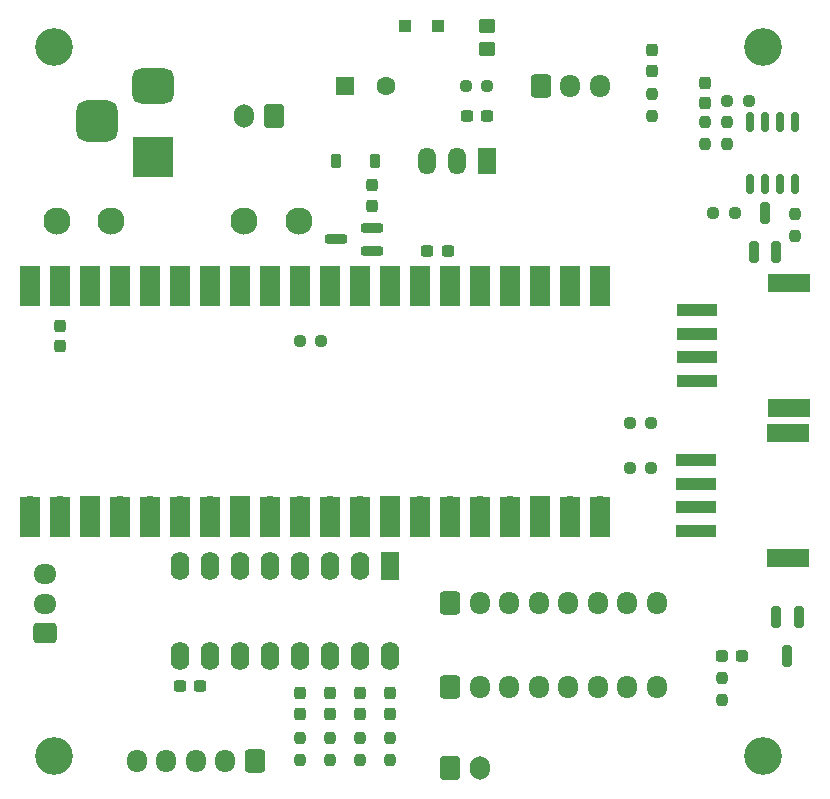
<source format=gbr>
%TF.GenerationSoftware,KiCad,Pcbnew,8.0.1*%
%TF.CreationDate,2024-09-11T09:05:04+09:00*%
%TF.ProjectId,raspcat,72617370-6361-4742-9e6b-696361645f70,rev?*%
%TF.SameCoordinates,Original*%
%TF.FileFunction,Soldermask,Top*%
%TF.FilePolarity,Negative*%
%FSLAX46Y46*%
G04 Gerber Fmt 4.6, Leading zero omitted, Abs format (unit mm)*
G04 Created by KiCad (PCBNEW 8.0.1) date 2024-09-11 09:05:04*
%MOMM*%
%LPD*%
G01*
G04 APERTURE LIST*
G04 Aperture macros list*
%AMRoundRect*
0 Rectangle with rounded corners*
0 $1 Rounding radius*
0 $2 $3 $4 $5 $6 $7 $8 $9 X,Y pos of 4 corners*
0 Add a 4 corners polygon primitive as box body*
4,1,4,$2,$3,$4,$5,$6,$7,$8,$9,$2,$3,0*
0 Add four circle primitives for the rounded corners*
1,1,$1+$1,$2,$3*
1,1,$1+$1,$4,$5*
1,1,$1+$1,$6,$7*
1,1,$1+$1,$8,$9*
0 Add four rect primitives between the rounded corners*
20,1,$1+$1,$2,$3,$4,$5,0*
20,1,$1+$1,$4,$5,$6,$7,0*
20,1,$1+$1,$6,$7,$8,$9,0*
20,1,$1+$1,$8,$9,$2,$3,0*%
G04 Aperture macros list end*
%ADD10R,3.500000X3.500000*%
%ADD11RoundRect,0.750000X-1.000000X0.750000X-1.000000X-0.750000X1.000000X-0.750000X1.000000X0.750000X0*%
%ADD12RoundRect,0.875000X-0.875000X0.875000X-0.875000X-0.875000X0.875000X-0.875000X0.875000X0.875000X0*%
%ADD13RoundRect,0.200000X-0.200000X0.700000X-0.200000X-0.700000X0.200000X-0.700000X0.200000X0.700000X0*%
%ADD14RoundRect,0.237500X0.250000X0.237500X-0.250000X0.237500X-0.250000X-0.237500X0.250000X-0.237500X0*%
%ADD15RoundRect,0.237500X-0.237500X0.300000X-0.237500X-0.300000X0.237500X-0.300000X0.237500X0.300000X0*%
%ADD16RoundRect,0.250000X0.600000X0.750000X-0.600000X0.750000X-0.600000X-0.750000X0.600000X-0.750000X0*%
%ADD17O,1.700000X2.000000*%
%ADD18RoundRect,0.237500X-0.237500X0.250000X-0.237500X-0.250000X0.237500X-0.250000X0.237500X0.250000X0*%
%ADD19RoundRect,0.237500X0.237500X-0.250000X0.237500X0.250000X-0.237500X0.250000X-0.237500X-0.250000X0*%
%ADD20RoundRect,0.237500X-0.250000X-0.237500X0.250000X-0.237500X0.250000X0.237500X-0.250000X0.237500X0*%
%ADD21RoundRect,0.237500X-0.237500X0.287500X-0.237500X-0.287500X0.237500X-0.287500X0.237500X0.287500X0*%
%ADD22R,3.400000X1.000000*%
%ADD23R,3.600000X1.500000*%
%ADD24RoundRect,0.250000X0.600000X0.725000X-0.600000X0.725000X-0.600000X-0.725000X0.600000X-0.725000X0*%
%ADD25O,1.700000X1.950000*%
%ADD26RoundRect,0.237500X0.287500X0.237500X-0.287500X0.237500X-0.287500X-0.237500X0.287500X-0.237500X0*%
%ADD27RoundRect,0.250000X0.725000X-0.600000X0.725000X0.600000X-0.725000X0.600000X-0.725000X-0.600000X0*%
%ADD28O,1.950000X1.700000*%
%ADD29RoundRect,0.237500X0.300000X0.237500X-0.300000X0.237500X-0.300000X-0.237500X0.300000X-0.237500X0*%
%ADD30RoundRect,0.237500X0.237500X-0.300000X0.237500X0.300000X-0.237500X0.300000X-0.237500X-0.300000X0*%
%ADD31R,1.500000X2.300000*%
%ADD32O,1.500000X2.300000*%
%ADD33RoundRect,0.200000X0.750000X0.200000X-0.750000X0.200000X-0.750000X-0.200000X0.750000X-0.200000X0*%
%ADD34C,3.200000*%
%ADD35RoundRect,0.250000X0.300000X0.300000X-0.300000X0.300000X-0.300000X-0.300000X0.300000X-0.300000X0*%
%ADD36RoundRect,0.250000X-0.600000X-0.725000X0.600000X-0.725000X0.600000X0.725000X-0.600000X0.725000X0*%
%ADD37RoundRect,0.237500X-0.300000X-0.237500X0.300000X-0.237500X0.300000X0.237500X-0.300000X0.237500X0*%
%ADD38RoundRect,0.225000X0.225000X0.375000X-0.225000X0.375000X-0.225000X-0.375000X0.225000X-0.375000X0*%
%ADD39RoundRect,0.200000X0.200000X-0.700000X0.200000X0.700000X-0.200000X0.700000X-0.200000X-0.700000X0*%
%ADD40R,1.600000X1.600000*%
%ADD41C,1.600000*%
%ADD42RoundRect,0.250000X-0.450000X0.350000X-0.450000X-0.350000X0.450000X-0.350000X0.450000X0.350000X0*%
%ADD43C,2.300000*%
%ADD44R,1.600000X2.400000*%
%ADD45O,1.600000X2.400000*%
%ADD46O,1.700000X1.700000*%
%ADD47R,1.700000X3.500000*%
%ADD48R,1.700000X1.700000*%
%ADD49RoundRect,0.250000X-0.600000X-0.750000X0.600000X-0.750000X0.600000X0.750000X-0.600000X0.750000X0*%
%ADD50RoundRect,0.150000X0.150000X-0.675000X0.150000X0.675000X-0.150000X0.675000X-0.150000X-0.675000X0*%
G04 APERTURE END LIST*
D10*
%TO.C,J1*%
X13365000Y55740000D03*
D11*
X13365000Y61740000D03*
D12*
X8665000Y58740000D03*
%TD*%
D13*
%TO.C,Q2*%
X68035000Y16780000D03*
X66135000Y16780000D03*
X67085000Y13480000D03*
%TD*%
D14*
%TO.C,R8*%
X63830000Y60470000D03*
X62005000Y60470000D03*
%TD*%
D15*
%TO.C,C6*%
X60100000Y61967500D03*
X60100000Y60242500D03*
%TD*%
D16*
%TO.C,J2*%
X23611000Y59200000D03*
D17*
X21111000Y59200000D03*
%TD*%
D18*
%TO.C,R10*%
X60100000Y58650000D03*
X60100000Y56825000D03*
%TD*%
D19*
%TO.C,R12*%
X30890000Y4670000D03*
X30890000Y6495000D03*
%TD*%
%TO.C,R15*%
X55655000Y59200000D03*
X55655000Y61025000D03*
%TD*%
D20*
%TO.C,R6*%
X60815000Y50945000D03*
X62640000Y50945000D03*
%TD*%
D21*
%TO.C,D3*%
X30890000Y10305000D03*
X30890000Y8555000D03*
%TD*%
D20*
%TO.C,R2*%
X53750000Y29355000D03*
X55575000Y29355000D03*
%TD*%
%TO.C,R5*%
X25810000Y40150000D03*
X27635000Y40150000D03*
%TD*%
D22*
%TO.C,CN1*%
X59375000Y24035000D03*
X59375000Y26035000D03*
X59375000Y28035000D03*
X59375000Y30035000D03*
D23*
X67175000Y32335000D03*
X67175000Y21735000D03*
%TD*%
D24*
%TO.C,J9*%
X22000000Y4590000D03*
D25*
X19500000Y4590000D03*
X17000000Y4590000D03*
X14500000Y4590000D03*
X12000000Y4590000D03*
%TD*%
D26*
%TO.C,D1*%
X63275000Y13480000D03*
X61525000Y13480000D03*
%TD*%
D27*
%TO.C,J5*%
X4220000Y15385000D03*
D28*
X4220000Y17885000D03*
X4220000Y20385000D03*
%TD*%
D29*
%TO.C,C2*%
X41685000Y59200000D03*
X39960000Y59200000D03*
%TD*%
D20*
%TO.C,R1*%
X53750000Y33165000D03*
X55575000Y33165000D03*
%TD*%
D30*
%TO.C,C4*%
X31906000Y51580000D03*
X31906000Y53305000D03*
%TD*%
D19*
%TO.C,R11*%
X33430000Y4670000D03*
X33430000Y6495000D03*
%TD*%
D29*
%TO.C,C7*%
X17375000Y10940000D03*
X15650000Y10940000D03*
%TD*%
D21*
%TO.C,D2*%
X33430000Y10305000D03*
X33430000Y8555000D03*
%TD*%
D19*
%TO.C,R9*%
X62005000Y56825000D03*
X62005000Y58650000D03*
%TD*%
D30*
%TO.C,C5*%
X5490000Y39695000D03*
X5490000Y41420000D03*
%TD*%
D31*
%TO.C,U1*%
X41685000Y55390000D03*
D32*
X39145000Y55390000D03*
X36605000Y55390000D03*
%TD*%
D33*
%TO.C,U3*%
X31907000Y47770000D03*
X31907000Y49670000D03*
X28907000Y48720000D03*
%TD*%
D34*
%TO.C,H3*%
X65000000Y5000000D03*
%TD*%
D35*
%TO.C,D7*%
X37500000Y66820000D03*
X34700000Y66820000D03*
%TD*%
D20*
%TO.C,R3*%
X39860000Y61740000D03*
X41685000Y61740000D03*
%TD*%
D34*
%TO.C,H4*%
X65000000Y65000000D03*
%TD*%
%TO.C,H1*%
X5000000Y5000000D03*
%TD*%
%TO.C,H2*%
X5000000Y65000000D03*
%TD*%
D36*
%TO.C,J4*%
X38550000Y17925000D03*
D25*
X41050000Y17925000D03*
X43550000Y17925000D03*
X46050000Y17925000D03*
X48550000Y17925000D03*
X51050000Y17925000D03*
X53550000Y17925000D03*
X56050000Y17925000D03*
%TD*%
D37*
%TO.C,C3*%
X36605000Y47770000D03*
X38330000Y47770000D03*
%TD*%
D36*
%TO.C,J3*%
X38550000Y10830000D03*
D25*
X41050000Y10830000D03*
X43550000Y10830000D03*
X46050000Y10830000D03*
X48550000Y10830000D03*
X51050000Y10830000D03*
X53550000Y10830000D03*
X56050000Y10830000D03*
%TD*%
D38*
%TO.C,D8*%
X32206000Y55390000D03*
X28906000Y55390000D03*
%TD*%
D39*
%TO.C,Q1*%
X64230000Y47645000D03*
X66130000Y47645000D03*
X65180000Y50945000D03*
%TD*%
D40*
%TO.C,C1*%
X29620000Y61740000D03*
D41*
X33120000Y61740000D03*
%TD*%
D42*
%TO.C,R17*%
X41685000Y66820000D03*
X41685000Y64820000D03*
%TD*%
D43*
%TO.C,F1*%
X5211000Y50310000D03*
X9811000Y50310000D03*
X21111000Y50310000D03*
X25711000Y50310000D03*
%TD*%
D44*
%TO.C,U5*%
X33430000Y21100000D03*
D45*
X30890000Y21100000D03*
X28350000Y21100000D03*
X25810000Y21100000D03*
X23270000Y21100000D03*
X20730000Y21100000D03*
X18190000Y21100000D03*
X15650000Y21100000D03*
X15650000Y13480000D03*
X18190000Y13480000D03*
X20730000Y13480000D03*
X23270000Y13480000D03*
X25810000Y13480000D03*
X28350000Y13480000D03*
X30890000Y13480000D03*
X33430000Y13480000D03*
%TD*%
D21*
%TO.C,D6*%
X25810000Y10305000D03*
X25810000Y8555000D03*
%TD*%
D18*
%TO.C,R4*%
X67720000Y50865000D03*
X67720000Y49040000D03*
%TD*%
D21*
%TO.C,D5*%
X55655000Y64760000D03*
X55655000Y63010000D03*
%TD*%
D19*
%TO.C,R7*%
X61525000Y9750000D03*
X61525000Y11575000D03*
%TD*%
D46*
%TO.C,U2*%
X2950000Y26110000D03*
D47*
X2950000Y25210000D03*
D46*
X5490000Y26110000D03*
D47*
X5490000Y25210000D03*
D48*
X8030000Y26110000D03*
D47*
X8030000Y25210000D03*
D46*
X10570000Y26110000D03*
D47*
X10570000Y25210000D03*
D46*
X13110000Y26110000D03*
D47*
X13110000Y25210000D03*
D46*
X15650000Y26110000D03*
D47*
X15650000Y25210000D03*
D46*
X18190000Y26110000D03*
D47*
X18190000Y25210000D03*
D48*
X20730000Y26110000D03*
D47*
X20730000Y25210000D03*
D46*
X23270000Y26110000D03*
D47*
X23270000Y25210000D03*
D46*
X25810000Y26110000D03*
D47*
X25810000Y25210000D03*
D46*
X28350000Y26110000D03*
D47*
X28350000Y25210000D03*
D46*
X30890000Y26110000D03*
D47*
X30890000Y25210000D03*
D48*
X33430000Y26110000D03*
D47*
X33430000Y25210000D03*
D46*
X35970000Y26110000D03*
D47*
X35970000Y25210000D03*
D46*
X38510000Y26110000D03*
D47*
X38510000Y25210000D03*
D46*
X41050000Y26110000D03*
D47*
X41050000Y25210000D03*
D46*
X43590000Y26110000D03*
D47*
X43590000Y25210000D03*
D48*
X46130000Y26110000D03*
D47*
X46130000Y25210000D03*
D46*
X48670000Y26110000D03*
D47*
X48670000Y25210000D03*
D46*
X51210000Y26110000D03*
D47*
X51210000Y25210000D03*
D46*
X51210000Y43890000D03*
D47*
X51210000Y44790000D03*
D46*
X48670000Y43890000D03*
D47*
X48670000Y44790000D03*
D48*
X46130000Y43890000D03*
D47*
X46130000Y44790000D03*
D46*
X43590000Y43890000D03*
D47*
X43590000Y44790000D03*
D46*
X41050000Y43890000D03*
D47*
X41050000Y44790000D03*
D46*
X38510000Y43890000D03*
D47*
X38510000Y44790000D03*
D46*
X35970000Y43890000D03*
D47*
X35970000Y44790000D03*
D48*
X33430000Y43890000D03*
D47*
X33430000Y44790000D03*
D46*
X30890000Y43890000D03*
D47*
X30890000Y44790000D03*
D46*
X28350000Y43890000D03*
D47*
X28350000Y44790000D03*
D46*
X25810000Y43890000D03*
D47*
X25810000Y44790000D03*
D46*
X23270000Y43890000D03*
D47*
X23270000Y44790000D03*
D48*
X20730000Y43890000D03*
D47*
X20730000Y44790000D03*
D46*
X18190000Y43890000D03*
D47*
X18190000Y44790000D03*
D46*
X15650000Y43890000D03*
D47*
X15650000Y44790000D03*
D46*
X13110000Y43890000D03*
D47*
X13110000Y44790000D03*
D46*
X10570000Y43890000D03*
D47*
X10570000Y44790000D03*
D48*
X8030000Y43890000D03*
D47*
X8030000Y44790000D03*
D46*
X5490000Y43890000D03*
D47*
X5490000Y44790000D03*
D46*
X2950000Y43890000D03*
D47*
X2950000Y44790000D03*
%TD*%
D22*
%TO.C,CN2*%
X59465000Y36735000D03*
X59465000Y38735000D03*
X59465000Y40735000D03*
X59465000Y42735000D03*
D23*
X67265000Y45035000D03*
X67265000Y34435000D03*
%TD*%
D36*
%TO.C,J8*%
X46210000Y61740000D03*
D25*
X48710000Y61740000D03*
X51210000Y61740000D03*
%TD*%
D49*
%TO.C,J6*%
X38550000Y3955000D03*
D17*
X41050000Y3955000D03*
%TD*%
D19*
%TO.C,R16*%
X25810000Y4670000D03*
X25810000Y6495000D03*
%TD*%
%TO.C,R14*%
X28350000Y4670000D03*
X28350000Y6495000D03*
%TD*%
D50*
%TO.C,U4*%
X63910000Y53400000D03*
X65180000Y53400000D03*
X66450000Y53400000D03*
X67720000Y53400000D03*
X67720000Y58650000D03*
X66450000Y58650000D03*
X65180000Y58650000D03*
X63910000Y58650000D03*
%TD*%
D21*
%TO.C,D4*%
X28350000Y10305000D03*
X28350000Y8555000D03*
%TD*%
M02*

</source>
